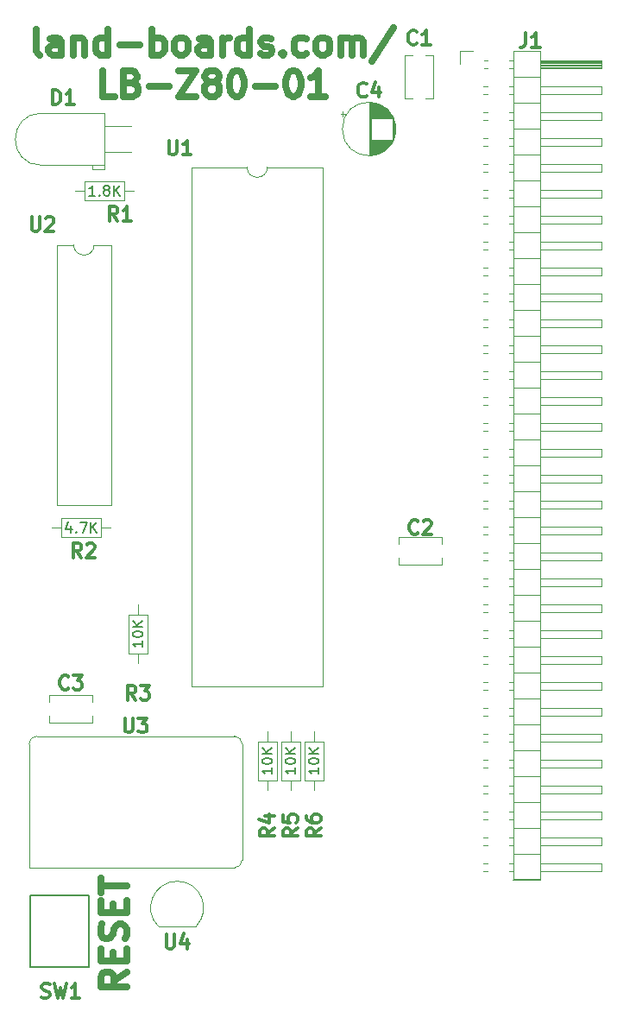
<source format=gto>
G04 #@! TF.GenerationSoftware,KiCad,Pcbnew,8.0.4*
G04 #@! TF.CreationDate,2024-09-19T20:20:17-04:00*
G04 #@! TF.ProjectId,LB-Z80-01,4c422d5a-3830-42d3-9031-2e6b69636164,2*
G04 #@! TF.SameCoordinates,Original*
G04 #@! TF.FileFunction,Legend,Top*
G04 #@! TF.FilePolarity,Positive*
%FSLAX46Y46*%
G04 Gerber Fmt 4.6, Leading zero omitted, Abs format (unit mm)*
G04 Created by KiCad (PCBNEW 8.0.4) date 2024-09-19 20:20:17*
%MOMM*%
%LPD*%
G01*
G04 APERTURE LIST*
%ADD10C,0.635000*%
%ADD11C,0.349250*%
%ADD12C,0.150000*%
%ADD13C,0.120000*%
G04 APERTURE END LIST*
D10*
X143382032Y-143643047D02*
X142172508Y-144489714D01*
X143382032Y-145094476D02*
X140842032Y-145094476D01*
X140842032Y-145094476D02*
X140842032Y-144126857D01*
X140842032Y-144126857D02*
X140962984Y-143884952D01*
X140962984Y-143884952D02*
X141083937Y-143763999D01*
X141083937Y-143763999D02*
X141325841Y-143643047D01*
X141325841Y-143643047D02*
X141688699Y-143643047D01*
X141688699Y-143643047D02*
X141930603Y-143763999D01*
X141930603Y-143763999D02*
X142051556Y-143884952D01*
X142051556Y-143884952D02*
X142172508Y-144126857D01*
X142172508Y-144126857D02*
X142172508Y-145094476D01*
X142051556Y-142554476D02*
X142051556Y-141707809D01*
X143382032Y-141344952D02*
X143382032Y-142554476D01*
X143382032Y-142554476D02*
X140842032Y-142554476D01*
X140842032Y-142554476D02*
X140842032Y-141344952D01*
X143261080Y-140377333D02*
X143382032Y-140014476D01*
X143382032Y-140014476D02*
X143382032Y-139409714D01*
X143382032Y-139409714D02*
X143261080Y-139167809D01*
X143261080Y-139167809D02*
X143140127Y-139046857D01*
X143140127Y-139046857D02*
X142898222Y-138925904D01*
X142898222Y-138925904D02*
X142656318Y-138925904D01*
X142656318Y-138925904D02*
X142414413Y-139046857D01*
X142414413Y-139046857D02*
X142293460Y-139167809D01*
X142293460Y-139167809D02*
X142172508Y-139409714D01*
X142172508Y-139409714D02*
X142051556Y-139893523D01*
X142051556Y-139893523D02*
X141930603Y-140135428D01*
X141930603Y-140135428D02*
X141809651Y-140256381D01*
X141809651Y-140256381D02*
X141567746Y-140377333D01*
X141567746Y-140377333D02*
X141325841Y-140377333D01*
X141325841Y-140377333D02*
X141083937Y-140256381D01*
X141083937Y-140256381D02*
X140962984Y-140135428D01*
X140962984Y-140135428D02*
X140842032Y-139893523D01*
X140842032Y-139893523D02*
X140842032Y-139288762D01*
X140842032Y-139288762D02*
X140962984Y-138925904D01*
X142051556Y-137837333D02*
X142051556Y-136990666D01*
X143382032Y-136627809D02*
X143382032Y-137837333D01*
X143382032Y-137837333D02*
X140842032Y-137837333D01*
X140842032Y-137837333D02*
X140842032Y-136627809D01*
X140842032Y-135902095D02*
X140842032Y-134450666D01*
X143382032Y-135176380D02*
X140842032Y-135176380D01*
X134898192Y-53707403D02*
X134656287Y-53586451D01*
X134656287Y-53586451D02*
X134535334Y-53344546D01*
X134535334Y-53344546D02*
X134535334Y-51167403D01*
X136954382Y-53707403D02*
X136954382Y-52376927D01*
X136954382Y-52376927D02*
X136833429Y-52135022D01*
X136833429Y-52135022D02*
X136591525Y-52014070D01*
X136591525Y-52014070D02*
X136107715Y-52014070D01*
X136107715Y-52014070D02*
X135865810Y-52135022D01*
X136954382Y-53586451D02*
X136712477Y-53707403D01*
X136712477Y-53707403D02*
X136107715Y-53707403D01*
X136107715Y-53707403D02*
X135865810Y-53586451D01*
X135865810Y-53586451D02*
X135744858Y-53344546D01*
X135744858Y-53344546D02*
X135744858Y-53102641D01*
X135744858Y-53102641D02*
X135865810Y-52860736D01*
X135865810Y-52860736D02*
X136107715Y-52739784D01*
X136107715Y-52739784D02*
X136712477Y-52739784D01*
X136712477Y-52739784D02*
X136954382Y-52618831D01*
X138163905Y-52014070D02*
X138163905Y-53707403D01*
X138163905Y-52255974D02*
X138284858Y-52135022D01*
X138284858Y-52135022D02*
X138526763Y-52014070D01*
X138526763Y-52014070D02*
X138889620Y-52014070D01*
X138889620Y-52014070D02*
X139131524Y-52135022D01*
X139131524Y-52135022D02*
X139252477Y-52376927D01*
X139252477Y-52376927D02*
X139252477Y-53707403D01*
X141550572Y-53707403D02*
X141550572Y-51167403D01*
X141550572Y-53586451D02*
X141308667Y-53707403D01*
X141308667Y-53707403D02*
X140824858Y-53707403D01*
X140824858Y-53707403D02*
X140582953Y-53586451D01*
X140582953Y-53586451D02*
X140462000Y-53465498D01*
X140462000Y-53465498D02*
X140341048Y-53223593D01*
X140341048Y-53223593D02*
X140341048Y-52497879D01*
X140341048Y-52497879D02*
X140462000Y-52255974D01*
X140462000Y-52255974D02*
X140582953Y-52135022D01*
X140582953Y-52135022D02*
X140824858Y-52014070D01*
X140824858Y-52014070D02*
X141308667Y-52014070D01*
X141308667Y-52014070D02*
X141550572Y-52135022D01*
X142760095Y-52739784D02*
X144695334Y-52739784D01*
X145904857Y-53707403D02*
X145904857Y-51167403D01*
X145904857Y-52135022D02*
X146146762Y-52014070D01*
X146146762Y-52014070D02*
X146630572Y-52014070D01*
X146630572Y-52014070D02*
X146872476Y-52135022D01*
X146872476Y-52135022D02*
X146993429Y-52255974D01*
X146993429Y-52255974D02*
X147114381Y-52497879D01*
X147114381Y-52497879D02*
X147114381Y-53223593D01*
X147114381Y-53223593D02*
X146993429Y-53465498D01*
X146993429Y-53465498D02*
X146872476Y-53586451D01*
X146872476Y-53586451D02*
X146630572Y-53707403D01*
X146630572Y-53707403D02*
X146146762Y-53707403D01*
X146146762Y-53707403D02*
X145904857Y-53586451D01*
X148565810Y-53707403D02*
X148323905Y-53586451D01*
X148323905Y-53586451D02*
X148202952Y-53465498D01*
X148202952Y-53465498D02*
X148082000Y-53223593D01*
X148082000Y-53223593D02*
X148082000Y-52497879D01*
X148082000Y-52497879D02*
X148202952Y-52255974D01*
X148202952Y-52255974D02*
X148323905Y-52135022D01*
X148323905Y-52135022D02*
X148565810Y-52014070D01*
X148565810Y-52014070D02*
X148928667Y-52014070D01*
X148928667Y-52014070D02*
X149170571Y-52135022D01*
X149170571Y-52135022D02*
X149291524Y-52255974D01*
X149291524Y-52255974D02*
X149412476Y-52497879D01*
X149412476Y-52497879D02*
X149412476Y-53223593D01*
X149412476Y-53223593D02*
X149291524Y-53465498D01*
X149291524Y-53465498D02*
X149170571Y-53586451D01*
X149170571Y-53586451D02*
X148928667Y-53707403D01*
X148928667Y-53707403D02*
X148565810Y-53707403D01*
X151589619Y-53707403D02*
X151589619Y-52376927D01*
X151589619Y-52376927D02*
X151468666Y-52135022D01*
X151468666Y-52135022D02*
X151226762Y-52014070D01*
X151226762Y-52014070D02*
X150742952Y-52014070D01*
X150742952Y-52014070D02*
X150501047Y-52135022D01*
X151589619Y-53586451D02*
X151347714Y-53707403D01*
X151347714Y-53707403D02*
X150742952Y-53707403D01*
X150742952Y-53707403D02*
X150501047Y-53586451D01*
X150501047Y-53586451D02*
X150380095Y-53344546D01*
X150380095Y-53344546D02*
X150380095Y-53102641D01*
X150380095Y-53102641D02*
X150501047Y-52860736D01*
X150501047Y-52860736D02*
X150742952Y-52739784D01*
X150742952Y-52739784D02*
X151347714Y-52739784D01*
X151347714Y-52739784D02*
X151589619Y-52618831D01*
X152799142Y-53707403D02*
X152799142Y-52014070D01*
X152799142Y-52497879D02*
X152920095Y-52255974D01*
X152920095Y-52255974D02*
X153041047Y-52135022D01*
X153041047Y-52135022D02*
X153282952Y-52014070D01*
X153282952Y-52014070D02*
X153524857Y-52014070D01*
X155460095Y-53707403D02*
X155460095Y-51167403D01*
X155460095Y-53586451D02*
X155218190Y-53707403D01*
X155218190Y-53707403D02*
X154734381Y-53707403D01*
X154734381Y-53707403D02*
X154492476Y-53586451D01*
X154492476Y-53586451D02*
X154371523Y-53465498D01*
X154371523Y-53465498D02*
X154250571Y-53223593D01*
X154250571Y-53223593D02*
X154250571Y-52497879D01*
X154250571Y-52497879D02*
X154371523Y-52255974D01*
X154371523Y-52255974D02*
X154492476Y-52135022D01*
X154492476Y-52135022D02*
X154734381Y-52014070D01*
X154734381Y-52014070D02*
X155218190Y-52014070D01*
X155218190Y-52014070D02*
X155460095Y-52135022D01*
X156548666Y-53586451D02*
X156790571Y-53707403D01*
X156790571Y-53707403D02*
X157274380Y-53707403D01*
X157274380Y-53707403D02*
X157516285Y-53586451D01*
X157516285Y-53586451D02*
X157637237Y-53344546D01*
X157637237Y-53344546D02*
X157637237Y-53223593D01*
X157637237Y-53223593D02*
X157516285Y-52981689D01*
X157516285Y-52981689D02*
X157274380Y-52860736D01*
X157274380Y-52860736D02*
X156911523Y-52860736D01*
X156911523Y-52860736D02*
X156669618Y-52739784D01*
X156669618Y-52739784D02*
X156548666Y-52497879D01*
X156548666Y-52497879D02*
X156548666Y-52376927D01*
X156548666Y-52376927D02*
X156669618Y-52135022D01*
X156669618Y-52135022D02*
X156911523Y-52014070D01*
X156911523Y-52014070D02*
X157274380Y-52014070D01*
X157274380Y-52014070D02*
X157516285Y-52135022D01*
X158725808Y-53465498D02*
X158846761Y-53586451D01*
X158846761Y-53586451D02*
X158725808Y-53707403D01*
X158725808Y-53707403D02*
X158604856Y-53586451D01*
X158604856Y-53586451D02*
X158725808Y-53465498D01*
X158725808Y-53465498D02*
X158725808Y-53707403D01*
X161023904Y-53586451D02*
X160781999Y-53707403D01*
X160781999Y-53707403D02*
X160298190Y-53707403D01*
X160298190Y-53707403D02*
X160056285Y-53586451D01*
X160056285Y-53586451D02*
X159935332Y-53465498D01*
X159935332Y-53465498D02*
X159814380Y-53223593D01*
X159814380Y-53223593D02*
X159814380Y-52497879D01*
X159814380Y-52497879D02*
X159935332Y-52255974D01*
X159935332Y-52255974D02*
X160056285Y-52135022D01*
X160056285Y-52135022D02*
X160298190Y-52014070D01*
X160298190Y-52014070D02*
X160781999Y-52014070D01*
X160781999Y-52014070D02*
X161023904Y-52135022D01*
X162475333Y-53707403D02*
X162233428Y-53586451D01*
X162233428Y-53586451D02*
X162112475Y-53465498D01*
X162112475Y-53465498D02*
X161991523Y-53223593D01*
X161991523Y-53223593D02*
X161991523Y-52497879D01*
X161991523Y-52497879D02*
X162112475Y-52255974D01*
X162112475Y-52255974D02*
X162233428Y-52135022D01*
X162233428Y-52135022D02*
X162475333Y-52014070D01*
X162475333Y-52014070D02*
X162838190Y-52014070D01*
X162838190Y-52014070D02*
X163080094Y-52135022D01*
X163080094Y-52135022D02*
X163201047Y-52255974D01*
X163201047Y-52255974D02*
X163321999Y-52497879D01*
X163321999Y-52497879D02*
X163321999Y-53223593D01*
X163321999Y-53223593D02*
X163201047Y-53465498D01*
X163201047Y-53465498D02*
X163080094Y-53586451D01*
X163080094Y-53586451D02*
X162838190Y-53707403D01*
X162838190Y-53707403D02*
X162475333Y-53707403D01*
X164410570Y-53707403D02*
X164410570Y-52014070D01*
X164410570Y-52255974D02*
X164531523Y-52135022D01*
X164531523Y-52135022D02*
X164773428Y-52014070D01*
X164773428Y-52014070D02*
X165136285Y-52014070D01*
X165136285Y-52014070D02*
X165378189Y-52135022D01*
X165378189Y-52135022D02*
X165499142Y-52376927D01*
X165499142Y-52376927D02*
X165499142Y-53707403D01*
X165499142Y-52376927D02*
X165620094Y-52135022D01*
X165620094Y-52135022D02*
X165861999Y-52014070D01*
X165861999Y-52014070D02*
X166224856Y-52014070D01*
X166224856Y-52014070D02*
X166466761Y-52135022D01*
X166466761Y-52135022D02*
X166587713Y-52376927D01*
X166587713Y-52376927D02*
X166587713Y-53707403D01*
X169611523Y-51046451D02*
X167434380Y-54312165D01*
X142215808Y-57796661D02*
X141006284Y-57796661D01*
X141006284Y-57796661D02*
X141006284Y-55256661D01*
X143909141Y-56466185D02*
X144271998Y-56587137D01*
X144271998Y-56587137D02*
X144392951Y-56708089D01*
X144392951Y-56708089D02*
X144513903Y-56949994D01*
X144513903Y-56949994D02*
X144513903Y-57312851D01*
X144513903Y-57312851D02*
X144392951Y-57554756D01*
X144392951Y-57554756D02*
X144271998Y-57675709D01*
X144271998Y-57675709D02*
X144030093Y-57796661D01*
X144030093Y-57796661D02*
X143062474Y-57796661D01*
X143062474Y-57796661D02*
X143062474Y-55256661D01*
X143062474Y-55256661D02*
X143909141Y-55256661D01*
X143909141Y-55256661D02*
X144151046Y-55377613D01*
X144151046Y-55377613D02*
X144271998Y-55498566D01*
X144271998Y-55498566D02*
X144392951Y-55740470D01*
X144392951Y-55740470D02*
X144392951Y-55982375D01*
X144392951Y-55982375D02*
X144271998Y-56224280D01*
X144271998Y-56224280D02*
X144151046Y-56345232D01*
X144151046Y-56345232D02*
X143909141Y-56466185D01*
X143909141Y-56466185D02*
X143062474Y-56466185D01*
X145602474Y-56829042D02*
X147537713Y-56829042D01*
X148505332Y-55256661D02*
X150198665Y-55256661D01*
X150198665Y-55256661D02*
X148505332Y-57796661D01*
X148505332Y-57796661D02*
X150198665Y-57796661D01*
X151529142Y-56345232D02*
X151287237Y-56224280D01*
X151287237Y-56224280D02*
X151166284Y-56103328D01*
X151166284Y-56103328D02*
X151045332Y-55861423D01*
X151045332Y-55861423D02*
X151045332Y-55740470D01*
X151045332Y-55740470D02*
X151166284Y-55498566D01*
X151166284Y-55498566D02*
X151287237Y-55377613D01*
X151287237Y-55377613D02*
X151529142Y-55256661D01*
X151529142Y-55256661D02*
X152012951Y-55256661D01*
X152012951Y-55256661D02*
X152254856Y-55377613D01*
X152254856Y-55377613D02*
X152375808Y-55498566D01*
X152375808Y-55498566D02*
X152496761Y-55740470D01*
X152496761Y-55740470D02*
X152496761Y-55861423D01*
X152496761Y-55861423D02*
X152375808Y-56103328D01*
X152375808Y-56103328D02*
X152254856Y-56224280D01*
X152254856Y-56224280D02*
X152012951Y-56345232D01*
X152012951Y-56345232D02*
X151529142Y-56345232D01*
X151529142Y-56345232D02*
X151287237Y-56466185D01*
X151287237Y-56466185D02*
X151166284Y-56587137D01*
X151166284Y-56587137D02*
X151045332Y-56829042D01*
X151045332Y-56829042D02*
X151045332Y-57312851D01*
X151045332Y-57312851D02*
X151166284Y-57554756D01*
X151166284Y-57554756D02*
X151287237Y-57675709D01*
X151287237Y-57675709D02*
X151529142Y-57796661D01*
X151529142Y-57796661D02*
X152012951Y-57796661D01*
X152012951Y-57796661D02*
X152254856Y-57675709D01*
X152254856Y-57675709D02*
X152375808Y-57554756D01*
X152375808Y-57554756D02*
X152496761Y-57312851D01*
X152496761Y-57312851D02*
X152496761Y-56829042D01*
X152496761Y-56829042D02*
X152375808Y-56587137D01*
X152375808Y-56587137D02*
X152254856Y-56466185D01*
X152254856Y-56466185D02*
X152012951Y-56345232D01*
X154069142Y-55256661D02*
X154311047Y-55256661D01*
X154311047Y-55256661D02*
X154552951Y-55377613D01*
X154552951Y-55377613D02*
X154673904Y-55498566D01*
X154673904Y-55498566D02*
X154794856Y-55740470D01*
X154794856Y-55740470D02*
X154915809Y-56224280D01*
X154915809Y-56224280D02*
X154915809Y-56829042D01*
X154915809Y-56829042D02*
X154794856Y-57312851D01*
X154794856Y-57312851D02*
X154673904Y-57554756D01*
X154673904Y-57554756D02*
X154552951Y-57675709D01*
X154552951Y-57675709D02*
X154311047Y-57796661D01*
X154311047Y-57796661D02*
X154069142Y-57796661D01*
X154069142Y-57796661D02*
X153827237Y-57675709D01*
X153827237Y-57675709D02*
X153706285Y-57554756D01*
X153706285Y-57554756D02*
X153585332Y-57312851D01*
X153585332Y-57312851D02*
X153464380Y-56829042D01*
X153464380Y-56829042D02*
X153464380Y-56224280D01*
X153464380Y-56224280D02*
X153585332Y-55740470D01*
X153585332Y-55740470D02*
X153706285Y-55498566D01*
X153706285Y-55498566D02*
X153827237Y-55377613D01*
X153827237Y-55377613D02*
X154069142Y-55256661D01*
X156004380Y-56829042D02*
X157939619Y-56829042D01*
X159632952Y-55256661D02*
X159874857Y-55256661D01*
X159874857Y-55256661D02*
X160116761Y-55377613D01*
X160116761Y-55377613D02*
X160237714Y-55498566D01*
X160237714Y-55498566D02*
X160358666Y-55740470D01*
X160358666Y-55740470D02*
X160479619Y-56224280D01*
X160479619Y-56224280D02*
X160479619Y-56829042D01*
X160479619Y-56829042D02*
X160358666Y-57312851D01*
X160358666Y-57312851D02*
X160237714Y-57554756D01*
X160237714Y-57554756D02*
X160116761Y-57675709D01*
X160116761Y-57675709D02*
X159874857Y-57796661D01*
X159874857Y-57796661D02*
X159632952Y-57796661D01*
X159632952Y-57796661D02*
X159391047Y-57675709D01*
X159391047Y-57675709D02*
X159270095Y-57554756D01*
X159270095Y-57554756D02*
X159149142Y-57312851D01*
X159149142Y-57312851D02*
X159028190Y-56829042D01*
X159028190Y-56829042D02*
X159028190Y-56224280D01*
X159028190Y-56224280D02*
X159149142Y-55740470D01*
X159149142Y-55740470D02*
X159270095Y-55498566D01*
X159270095Y-55498566D02*
X159391047Y-55377613D01*
X159391047Y-55377613D02*
X159632952Y-55256661D01*
X162898667Y-57796661D02*
X161447238Y-57796661D01*
X162172952Y-57796661D02*
X162172952Y-55256661D01*
X162172952Y-55256661D02*
X161931048Y-55619518D01*
X161931048Y-55619518D02*
X161689143Y-55861423D01*
X161689143Y-55861423D02*
X161447238Y-55982375D01*
D11*
X182539333Y-51576117D02*
X182539333Y-52573974D01*
X182539333Y-52573974D02*
X182472810Y-52773546D01*
X182472810Y-52773546D02*
X182339762Y-52906594D01*
X182339762Y-52906594D02*
X182140191Y-52973117D01*
X182140191Y-52973117D02*
X182007143Y-52973117D01*
X183936333Y-52973117D02*
X183138048Y-52973117D01*
X183537191Y-52973117D02*
X183537191Y-51576117D01*
X183537191Y-51576117D02*
X183404143Y-51775689D01*
X183404143Y-51775689D02*
X183271095Y-51908736D01*
X183271095Y-51908736D02*
X183138048Y-51975260D01*
X147525619Y-62096117D02*
X147525619Y-63227022D01*
X147525619Y-63227022D02*
X147592142Y-63360070D01*
X147592142Y-63360070D02*
X147658666Y-63426594D01*
X147658666Y-63426594D02*
X147791714Y-63493117D01*
X147791714Y-63493117D02*
X148057809Y-63493117D01*
X148057809Y-63493117D02*
X148190857Y-63426594D01*
X148190857Y-63426594D02*
X148257380Y-63360070D01*
X148257380Y-63360070D02*
X148323904Y-63227022D01*
X148323904Y-63227022D02*
X148323904Y-62096117D01*
X149720904Y-63493117D02*
X148922619Y-63493117D01*
X149321762Y-63493117D02*
X149321762Y-62096117D01*
X149321762Y-62096117D02*
X149188714Y-62295689D01*
X149188714Y-62295689D02*
X149055666Y-62428736D01*
X149055666Y-62428736D02*
X148922619Y-62495260D01*
X166944054Y-57705070D02*
X166877530Y-57771594D01*
X166877530Y-57771594D02*
X166677959Y-57838117D01*
X166677959Y-57838117D02*
X166544911Y-57838117D01*
X166544911Y-57838117D02*
X166345340Y-57771594D01*
X166345340Y-57771594D02*
X166212292Y-57638546D01*
X166212292Y-57638546D02*
X166145769Y-57505498D01*
X166145769Y-57505498D02*
X166079245Y-57239403D01*
X166079245Y-57239403D02*
X166079245Y-57039832D01*
X166079245Y-57039832D02*
X166145769Y-56773736D01*
X166145769Y-56773736D02*
X166212292Y-56640689D01*
X166212292Y-56640689D02*
X166345340Y-56507641D01*
X166345340Y-56507641D02*
X166544911Y-56441117D01*
X166544911Y-56441117D02*
X166677959Y-56441117D01*
X166677959Y-56441117D02*
X166877530Y-56507641D01*
X166877530Y-56507641D02*
X166944054Y-56574165D01*
X168141483Y-56906784D02*
X168141483Y-57838117D01*
X167808864Y-56374594D02*
X167476245Y-57372451D01*
X167476245Y-57372451D02*
X168341054Y-57372451D01*
X162426117Y-129518833D02*
X161760879Y-129984499D01*
X162426117Y-130317118D02*
X161029117Y-130317118D01*
X161029117Y-130317118D02*
X161029117Y-129784928D01*
X161029117Y-129784928D02*
X161095641Y-129651880D01*
X161095641Y-129651880D02*
X161162165Y-129585357D01*
X161162165Y-129585357D02*
X161295213Y-129518833D01*
X161295213Y-129518833D02*
X161494784Y-129518833D01*
X161494784Y-129518833D02*
X161627832Y-129585357D01*
X161627832Y-129585357D02*
X161694355Y-129651880D01*
X161694355Y-129651880D02*
X161760879Y-129784928D01*
X161760879Y-129784928D02*
X161760879Y-130317118D01*
X161029117Y-128321404D02*
X161029117Y-128587499D01*
X161029117Y-128587499D02*
X161095641Y-128720547D01*
X161095641Y-128720547D02*
X161162165Y-128787071D01*
X161162165Y-128787071D02*
X161361736Y-128920118D01*
X161361736Y-128920118D02*
X161627832Y-128986642D01*
X161627832Y-128986642D02*
X162160022Y-128986642D01*
X162160022Y-128986642D02*
X162293070Y-128920118D01*
X162293070Y-128920118D02*
X162359594Y-128853595D01*
X162359594Y-128853595D02*
X162426117Y-128720547D01*
X162426117Y-128720547D02*
X162426117Y-128454452D01*
X162426117Y-128454452D02*
X162359594Y-128321404D01*
X162359594Y-128321404D02*
X162293070Y-128254880D01*
X162293070Y-128254880D02*
X162160022Y-128188357D01*
X162160022Y-128188357D02*
X161827403Y-128188357D01*
X161827403Y-128188357D02*
X161694355Y-128254880D01*
X161694355Y-128254880D02*
X161627832Y-128321404D01*
X161627832Y-128321404D02*
X161561308Y-128454452D01*
X161561308Y-128454452D02*
X161561308Y-128720547D01*
X161561308Y-128720547D02*
X161627832Y-128853595D01*
X161627832Y-128853595D02*
X161694355Y-128920118D01*
X161694355Y-128920118D02*
X161827403Y-128986642D01*
D12*
X162252819Y-123626476D02*
X162252819Y-124197904D01*
X162252819Y-123912190D02*
X161252819Y-123912190D01*
X161252819Y-123912190D02*
X161395676Y-124007428D01*
X161395676Y-124007428D02*
X161490914Y-124102666D01*
X161490914Y-124102666D02*
X161538533Y-124197904D01*
X161252819Y-123007428D02*
X161252819Y-122912190D01*
X161252819Y-122912190D02*
X161300438Y-122816952D01*
X161300438Y-122816952D02*
X161348057Y-122769333D01*
X161348057Y-122769333D02*
X161443295Y-122721714D01*
X161443295Y-122721714D02*
X161633771Y-122674095D01*
X161633771Y-122674095D02*
X161871866Y-122674095D01*
X161871866Y-122674095D02*
X162062342Y-122721714D01*
X162062342Y-122721714D02*
X162157580Y-122769333D01*
X162157580Y-122769333D02*
X162205200Y-122816952D01*
X162205200Y-122816952D02*
X162252819Y-122912190D01*
X162252819Y-122912190D02*
X162252819Y-123007428D01*
X162252819Y-123007428D02*
X162205200Y-123102666D01*
X162205200Y-123102666D02*
X162157580Y-123150285D01*
X162157580Y-123150285D02*
X162062342Y-123197904D01*
X162062342Y-123197904D02*
X161871866Y-123245523D01*
X161871866Y-123245523D02*
X161633771Y-123245523D01*
X161633771Y-123245523D02*
X161443295Y-123197904D01*
X161443295Y-123197904D02*
X161348057Y-123150285D01*
X161348057Y-123150285D02*
X161300438Y-123102666D01*
X161300438Y-123102666D02*
X161252819Y-123007428D01*
X162252819Y-122245523D02*
X161252819Y-122245523D01*
X162252819Y-121674095D02*
X161681390Y-122102666D01*
X161252819Y-121674095D02*
X161824247Y-122245523D01*
D11*
X160140117Y-129518833D02*
X159474879Y-129984499D01*
X160140117Y-130317118D02*
X158743117Y-130317118D01*
X158743117Y-130317118D02*
X158743117Y-129784928D01*
X158743117Y-129784928D02*
X158809641Y-129651880D01*
X158809641Y-129651880D02*
X158876165Y-129585357D01*
X158876165Y-129585357D02*
X159009213Y-129518833D01*
X159009213Y-129518833D02*
X159208784Y-129518833D01*
X159208784Y-129518833D02*
X159341832Y-129585357D01*
X159341832Y-129585357D02*
X159408355Y-129651880D01*
X159408355Y-129651880D02*
X159474879Y-129784928D01*
X159474879Y-129784928D02*
X159474879Y-130317118D01*
X158743117Y-128254880D02*
X158743117Y-128920118D01*
X158743117Y-128920118D02*
X159408355Y-128986642D01*
X159408355Y-128986642D02*
X159341832Y-128920118D01*
X159341832Y-128920118D02*
X159275308Y-128787071D01*
X159275308Y-128787071D02*
X159275308Y-128454452D01*
X159275308Y-128454452D02*
X159341832Y-128321404D01*
X159341832Y-128321404D02*
X159408355Y-128254880D01*
X159408355Y-128254880D02*
X159541403Y-128188357D01*
X159541403Y-128188357D02*
X159874022Y-128188357D01*
X159874022Y-128188357D02*
X160007070Y-128254880D01*
X160007070Y-128254880D02*
X160073594Y-128321404D01*
X160073594Y-128321404D02*
X160140117Y-128454452D01*
X160140117Y-128454452D02*
X160140117Y-128787071D01*
X160140117Y-128787071D02*
X160073594Y-128920118D01*
X160073594Y-128920118D02*
X160007070Y-128986642D01*
D12*
X159966819Y-123626476D02*
X159966819Y-124197904D01*
X159966819Y-123912190D02*
X158966819Y-123912190D01*
X158966819Y-123912190D02*
X159109676Y-124007428D01*
X159109676Y-124007428D02*
X159204914Y-124102666D01*
X159204914Y-124102666D02*
X159252533Y-124197904D01*
X158966819Y-123007428D02*
X158966819Y-122912190D01*
X158966819Y-122912190D02*
X159014438Y-122816952D01*
X159014438Y-122816952D02*
X159062057Y-122769333D01*
X159062057Y-122769333D02*
X159157295Y-122721714D01*
X159157295Y-122721714D02*
X159347771Y-122674095D01*
X159347771Y-122674095D02*
X159585866Y-122674095D01*
X159585866Y-122674095D02*
X159776342Y-122721714D01*
X159776342Y-122721714D02*
X159871580Y-122769333D01*
X159871580Y-122769333D02*
X159919200Y-122816952D01*
X159919200Y-122816952D02*
X159966819Y-122912190D01*
X159966819Y-122912190D02*
X159966819Y-123007428D01*
X159966819Y-123007428D02*
X159919200Y-123102666D01*
X159919200Y-123102666D02*
X159871580Y-123150285D01*
X159871580Y-123150285D02*
X159776342Y-123197904D01*
X159776342Y-123197904D02*
X159585866Y-123245523D01*
X159585866Y-123245523D02*
X159347771Y-123245523D01*
X159347771Y-123245523D02*
X159157295Y-123197904D01*
X159157295Y-123197904D02*
X159062057Y-123150285D01*
X159062057Y-123150285D02*
X159014438Y-123102666D01*
X159014438Y-123102666D02*
X158966819Y-123007428D01*
X159966819Y-122245523D02*
X158966819Y-122245523D01*
X159966819Y-121674095D02*
X159395390Y-122102666D01*
X158966819Y-121674095D02*
X159538247Y-122245523D01*
D11*
X137689166Y-115811070D02*
X137622642Y-115877594D01*
X137622642Y-115877594D02*
X137423071Y-115944117D01*
X137423071Y-115944117D02*
X137290023Y-115944117D01*
X137290023Y-115944117D02*
X137090452Y-115877594D01*
X137090452Y-115877594D02*
X136957404Y-115744546D01*
X136957404Y-115744546D02*
X136890881Y-115611498D01*
X136890881Y-115611498D02*
X136824357Y-115345403D01*
X136824357Y-115345403D02*
X136824357Y-115145832D01*
X136824357Y-115145832D02*
X136890881Y-114879736D01*
X136890881Y-114879736D02*
X136957404Y-114746689D01*
X136957404Y-114746689D02*
X137090452Y-114613641D01*
X137090452Y-114613641D02*
X137290023Y-114547117D01*
X137290023Y-114547117D02*
X137423071Y-114547117D01*
X137423071Y-114547117D02*
X137622642Y-114613641D01*
X137622642Y-114613641D02*
X137689166Y-114680165D01*
X138154833Y-114547117D02*
X139019642Y-114547117D01*
X139019642Y-114547117D02*
X138553976Y-115079308D01*
X138553976Y-115079308D02*
X138753547Y-115079308D01*
X138753547Y-115079308D02*
X138886595Y-115145832D01*
X138886595Y-115145832D02*
X138953119Y-115212355D01*
X138953119Y-115212355D02*
X139019642Y-115345403D01*
X139019642Y-115345403D02*
X139019642Y-115678022D01*
X139019642Y-115678022D02*
X138953119Y-115811070D01*
X138953119Y-115811070D02*
X138886595Y-115877594D01*
X138886595Y-115877594D02*
X138753547Y-115944117D01*
X138753547Y-115944117D02*
X138354404Y-115944117D01*
X138354404Y-115944117D02*
X138221357Y-115877594D01*
X138221357Y-115877594D02*
X138154833Y-115811070D01*
X171852166Y-52565070D02*
X171785642Y-52631594D01*
X171785642Y-52631594D02*
X171586071Y-52698117D01*
X171586071Y-52698117D02*
X171453023Y-52698117D01*
X171453023Y-52698117D02*
X171253452Y-52631594D01*
X171253452Y-52631594D02*
X171120404Y-52498546D01*
X171120404Y-52498546D02*
X171053881Y-52365498D01*
X171053881Y-52365498D02*
X170987357Y-52099403D01*
X170987357Y-52099403D02*
X170987357Y-51899832D01*
X170987357Y-51899832D02*
X171053881Y-51633736D01*
X171053881Y-51633736D02*
X171120404Y-51500689D01*
X171120404Y-51500689D02*
X171253452Y-51367641D01*
X171253452Y-51367641D02*
X171453023Y-51301117D01*
X171453023Y-51301117D02*
X171586071Y-51301117D01*
X171586071Y-51301117D02*
X171785642Y-51367641D01*
X171785642Y-51367641D02*
X171852166Y-51434165D01*
X173182642Y-52698117D02*
X172384357Y-52698117D01*
X172783500Y-52698117D02*
X172783500Y-51301117D01*
X172783500Y-51301117D02*
X172650452Y-51500689D01*
X172650452Y-51500689D02*
X172517404Y-51633736D01*
X172517404Y-51633736D02*
X172384357Y-51700260D01*
X147271619Y-139947117D02*
X147271619Y-141078022D01*
X147271619Y-141078022D02*
X147338142Y-141211070D01*
X147338142Y-141211070D02*
X147404666Y-141277594D01*
X147404666Y-141277594D02*
X147537714Y-141344117D01*
X147537714Y-141344117D02*
X147803809Y-141344117D01*
X147803809Y-141344117D02*
X147936857Y-141277594D01*
X147936857Y-141277594D02*
X148003380Y-141211070D01*
X148003380Y-141211070D02*
X148069904Y-141078022D01*
X148069904Y-141078022D02*
X148069904Y-139947117D01*
X149333857Y-140412784D02*
X149333857Y-141344117D01*
X149001238Y-139880594D02*
X148668619Y-140878451D01*
X148668619Y-140878451D02*
X149533428Y-140878451D01*
X138959166Y-102990117D02*
X138493500Y-102324879D01*
X138160881Y-102990117D02*
X138160881Y-101593117D01*
X138160881Y-101593117D02*
X138693071Y-101593117D01*
X138693071Y-101593117D02*
X138826119Y-101659641D01*
X138826119Y-101659641D02*
X138892642Y-101726165D01*
X138892642Y-101726165D02*
X138959166Y-101859213D01*
X138959166Y-101859213D02*
X138959166Y-102058784D01*
X138959166Y-102058784D02*
X138892642Y-102191832D01*
X138892642Y-102191832D02*
X138826119Y-102258355D01*
X138826119Y-102258355D02*
X138693071Y-102324879D01*
X138693071Y-102324879D02*
X138160881Y-102324879D01*
X139491357Y-101726165D02*
X139557881Y-101659641D01*
X139557881Y-101659641D02*
X139690928Y-101593117D01*
X139690928Y-101593117D02*
X140023547Y-101593117D01*
X140023547Y-101593117D02*
X140156595Y-101659641D01*
X140156595Y-101659641D02*
X140223119Y-101726165D01*
X140223119Y-101726165D02*
X140289642Y-101859213D01*
X140289642Y-101859213D02*
X140289642Y-101992260D01*
X140289642Y-101992260D02*
X140223119Y-102191832D01*
X140223119Y-102191832D02*
X139424833Y-102990117D01*
X139424833Y-102990117D02*
X140289642Y-102990117D01*
D12*
X137914190Y-99864152D02*
X137914190Y-100530819D01*
X137676095Y-99483200D02*
X137438000Y-100197485D01*
X137438000Y-100197485D02*
X138057047Y-100197485D01*
X138438000Y-100435580D02*
X138485619Y-100483200D01*
X138485619Y-100483200D02*
X138438000Y-100530819D01*
X138438000Y-100530819D02*
X138390381Y-100483200D01*
X138390381Y-100483200D02*
X138438000Y-100435580D01*
X138438000Y-100435580D02*
X138438000Y-100530819D01*
X138818952Y-99530819D02*
X139485618Y-99530819D01*
X139485618Y-99530819D02*
X139057047Y-100530819D01*
X139866571Y-100530819D02*
X139866571Y-99530819D01*
X140437999Y-100530819D02*
X140009428Y-99959390D01*
X140437999Y-99530819D02*
X139866571Y-100102247D01*
D11*
X134063619Y-69589117D02*
X134063619Y-70720022D01*
X134063619Y-70720022D02*
X134130142Y-70853070D01*
X134130142Y-70853070D02*
X134196666Y-70919594D01*
X134196666Y-70919594D02*
X134329714Y-70986117D01*
X134329714Y-70986117D02*
X134595809Y-70986117D01*
X134595809Y-70986117D02*
X134728857Y-70919594D01*
X134728857Y-70919594D02*
X134795380Y-70853070D01*
X134795380Y-70853070D02*
X134861904Y-70720022D01*
X134861904Y-70720022D02*
X134861904Y-69589117D01*
X135460619Y-69722165D02*
X135527143Y-69655641D01*
X135527143Y-69655641D02*
X135660190Y-69589117D01*
X135660190Y-69589117D02*
X135992809Y-69589117D01*
X135992809Y-69589117D02*
X136125857Y-69655641D01*
X136125857Y-69655641D02*
X136192381Y-69722165D01*
X136192381Y-69722165D02*
X136258904Y-69855213D01*
X136258904Y-69855213D02*
X136258904Y-69988260D01*
X136258904Y-69988260D02*
X136192381Y-70187832D01*
X136192381Y-70187832D02*
X135394095Y-70986117D01*
X135394095Y-70986117D02*
X136258904Y-70986117D01*
X157854117Y-129518833D02*
X157188879Y-129984499D01*
X157854117Y-130317118D02*
X156457117Y-130317118D01*
X156457117Y-130317118D02*
X156457117Y-129784928D01*
X156457117Y-129784928D02*
X156523641Y-129651880D01*
X156523641Y-129651880D02*
X156590165Y-129585357D01*
X156590165Y-129585357D02*
X156723213Y-129518833D01*
X156723213Y-129518833D02*
X156922784Y-129518833D01*
X156922784Y-129518833D02*
X157055832Y-129585357D01*
X157055832Y-129585357D02*
X157122355Y-129651880D01*
X157122355Y-129651880D02*
X157188879Y-129784928D01*
X157188879Y-129784928D02*
X157188879Y-130317118D01*
X156922784Y-128321404D02*
X157854117Y-128321404D01*
X156390594Y-128654023D02*
X157388451Y-128986642D01*
X157388451Y-128986642D02*
X157388451Y-128121833D01*
D12*
X157680819Y-123626476D02*
X157680819Y-124197904D01*
X157680819Y-123912190D02*
X156680819Y-123912190D01*
X156680819Y-123912190D02*
X156823676Y-124007428D01*
X156823676Y-124007428D02*
X156918914Y-124102666D01*
X156918914Y-124102666D02*
X156966533Y-124197904D01*
X156680819Y-123007428D02*
X156680819Y-122912190D01*
X156680819Y-122912190D02*
X156728438Y-122816952D01*
X156728438Y-122816952D02*
X156776057Y-122769333D01*
X156776057Y-122769333D02*
X156871295Y-122721714D01*
X156871295Y-122721714D02*
X157061771Y-122674095D01*
X157061771Y-122674095D02*
X157299866Y-122674095D01*
X157299866Y-122674095D02*
X157490342Y-122721714D01*
X157490342Y-122721714D02*
X157585580Y-122769333D01*
X157585580Y-122769333D02*
X157633200Y-122816952D01*
X157633200Y-122816952D02*
X157680819Y-122912190D01*
X157680819Y-122912190D02*
X157680819Y-123007428D01*
X157680819Y-123007428D02*
X157633200Y-123102666D01*
X157633200Y-123102666D02*
X157585580Y-123150285D01*
X157585580Y-123150285D02*
X157490342Y-123197904D01*
X157490342Y-123197904D02*
X157299866Y-123245523D01*
X157299866Y-123245523D02*
X157061771Y-123245523D01*
X157061771Y-123245523D02*
X156871295Y-123197904D01*
X156871295Y-123197904D02*
X156776057Y-123150285D01*
X156776057Y-123150285D02*
X156728438Y-123102666D01*
X156728438Y-123102666D02*
X156680819Y-123007428D01*
X157680819Y-122245523D02*
X156680819Y-122245523D01*
X157680819Y-121674095D02*
X157109390Y-122102666D01*
X156680819Y-121674095D02*
X157252247Y-122245523D01*
D11*
X135043334Y-146103594D02*
X135242905Y-146170117D01*
X135242905Y-146170117D02*
X135575524Y-146170117D01*
X135575524Y-146170117D02*
X135708572Y-146103594D01*
X135708572Y-146103594D02*
X135775096Y-146037070D01*
X135775096Y-146037070D02*
X135841619Y-145904022D01*
X135841619Y-145904022D02*
X135841619Y-145770974D01*
X135841619Y-145770974D02*
X135775096Y-145637927D01*
X135775096Y-145637927D02*
X135708572Y-145571403D01*
X135708572Y-145571403D02*
X135575524Y-145504879D01*
X135575524Y-145504879D02*
X135309429Y-145438355D01*
X135309429Y-145438355D02*
X135176381Y-145371832D01*
X135176381Y-145371832D02*
X135109858Y-145305308D01*
X135109858Y-145305308D02*
X135043334Y-145172260D01*
X135043334Y-145172260D02*
X135043334Y-145039213D01*
X135043334Y-145039213D02*
X135109858Y-144906165D01*
X135109858Y-144906165D02*
X135176381Y-144839641D01*
X135176381Y-144839641D02*
X135309429Y-144773117D01*
X135309429Y-144773117D02*
X135642048Y-144773117D01*
X135642048Y-144773117D02*
X135841619Y-144839641D01*
X136307286Y-144773117D02*
X136639905Y-146170117D01*
X136639905Y-146170117D02*
X136906000Y-145172260D01*
X136906000Y-145172260D02*
X137172095Y-146170117D01*
X137172095Y-146170117D02*
X137504715Y-144773117D01*
X138768666Y-146170117D02*
X137970381Y-146170117D01*
X138369524Y-146170117D02*
X138369524Y-144773117D01*
X138369524Y-144773117D02*
X138236476Y-144972689D01*
X138236476Y-144972689D02*
X138103428Y-145105736D01*
X138103428Y-145105736D02*
X137970381Y-145172260D01*
X144293166Y-116960117D02*
X143827500Y-116294879D01*
X143494881Y-116960117D02*
X143494881Y-115563117D01*
X143494881Y-115563117D02*
X144027071Y-115563117D01*
X144027071Y-115563117D02*
X144160119Y-115629641D01*
X144160119Y-115629641D02*
X144226642Y-115696165D01*
X144226642Y-115696165D02*
X144293166Y-115829213D01*
X144293166Y-115829213D02*
X144293166Y-116028784D01*
X144293166Y-116028784D02*
X144226642Y-116161832D01*
X144226642Y-116161832D02*
X144160119Y-116228355D01*
X144160119Y-116228355D02*
X144027071Y-116294879D01*
X144027071Y-116294879D02*
X143494881Y-116294879D01*
X144758833Y-115563117D02*
X145623642Y-115563117D01*
X145623642Y-115563117D02*
X145157976Y-116095308D01*
X145157976Y-116095308D02*
X145357547Y-116095308D01*
X145357547Y-116095308D02*
X145490595Y-116161832D01*
X145490595Y-116161832D02*
X145557119Y-116228355D01*
X145557119Y-116228355D02*
X145623642Y-116361403D01*
X145623642Y-116361403D02*
X145623642Y-116694022D01*
X145623642Y-116694022D02*
X145557119Y-116827070D01*
X145557119Y-116827070D02*
X145490595Y-116893594D01*
X145490595Y-116893594D02*
X145357547Y-116960117D01*
X145357547Y-116960117D02*
X144958404Y-116960117D01*
X144958404Y-116960117D02*
X144825357Y-116893594D01*
X144825357Y-116893594D02*
X144758833Y-116827070D01*
D12*
X144980819Y-111180476D02*
X144980819Y-111751904D01*
X144980819Y-111466190D02*
X143980819Y-111466190D01*
X143980819Y-111466190D02*
X144123676Y-111561428D01*
X144123676Y-111561428D02*
X144218914Y-111656666D01*
X144218914Y-111656666D02*
X144266533Y-111751904D01*
X143980819Y-110561428D02*
X143980819Y-110466190D01*
X143980819Y-110466190D02*
X144028438Y-110370952D01*
X144028438Y-110370952D02*
X144076057Y-110323333D01*
X144076057Y-110323333D02*
X144171295Y-110275714D01*
X144171295Y-110275714D02*
X144361771Y-110228095D01*
X144361771Y-110228095D02*
X144599866Y-110228095D01*
X144599866Y-110228095D02*
X144790342Y-110275714D01*
X144790342Y-110275714D02*
X144885580Y-110323333D01*
X144885580Y-110323333D02*
X144933200Y-110370952D01*
X144933200Y-110370952D02*
X144980819Y-110466190D01*
X144980819Y-110466190D02*
X144980819Y-110561428D01*
X144980819Y-110561428D02*
X144933200Y-110656666D01*
X144933200Y-110656666D02*
X144885580Y-110704285D01*
X144885580Y-110704285D02*
X144790342Y-110751904D01*
X144790342Y-110751904D02*
X144599866Y-110799523D01*
X144599866Y-110799523D02*
X144361771Y-110799523D01*
X144361771Y-110799523D02*
X144171295Y-110751904D01*
X144171295Y-110751904D02*
X144076057Y-110704285D01*
X144076057Y-110704285D02*
X144028438Y-110656666D01*
X144028438Y-110656666D02*
X143980819Y-110561428D01*
X144980819Y-109799523D02*
X143980819Y-109799523D01*
X144980819Y-109228095D02*
X144409390Y-109656666D01*
X143980819Y-109228095D02*
X144552247Y-109799523D01*
D11*
X136128881Y-58540117D02*
X136128881Y-57143117D01*
X136128881Y-57143117D02*
X136461500Y-57143117D01*
X136461500Y-57143117D02*
X136661071Y-57209641D01*
X136661071Y-57209641D02*
X136794119Y-57342689D01*
X136794119Y-57342689D02*
X136860642Y-57475736D01*
X136860642Y-57475736D02*
X136927166Y-57741832D01*
X136927166Y-57741832D02*
X136927166Y-57941403D01*
X136927166Y-57941403D02*
X136860642Y-58207498D01*
X136860642Y-58207498D02*
X136794119Y-58340546D01*
X136794119Y-58340546D02*
X136661071Y-58473594D01*
X136661071Y-58473594D02*
X136461500Y-58540117D01*
X136461500Y-58540117D02*
X136128881Y-58540117D01*
X138257642Y-58540117D02*
X137459357Y-58540117D01*
X137858500Y-58540117D02*
X137858500Y-57143117D01*
X137858500Y-57143117D02*
X137725452Y-57342689D01*
X137725452Y-57342689D02*
X137592404Y-57475736D01*
X137592404Y-57475736D02*
X137459357Y-57542260D01*
X143207619Y-118743117D02*
X143207619Y-119874022D01*
X143207619Y-119874022D02*
X143274142Y-120007070D01*
X143274142Y-120007070D02*
X143340666Y-120073594D01*
X143340666Y-120073594D02*
X143473714Y-120140117D01*
X143473714Y-120140117D02*
X143739809Y-120140117D01*
X143739809Y-120140117D02*
X143872857Y-120073594D01*
X143872857Y-120073594D02*
X143939380Y-120007070D01*
X143939380Y-120007070D02*
X144005904Y-119874022D01*
X144005904Y-119874022D02*
X144005904Y-118743117D01*
X144538095Y-118743117D02*
X145402904Y-118743117D01*
X145402904Y-118743117D02*
X144937238Y-119275308D01*
X144937238Y-119275308D02*
X145136809Y-119275308D01*
X145136809Y-119275308D02*
X145269857Y-119341832D01*
X145269857Y-119341832D02*
X145336381Y-119408355D01*
X145336381Y-119408355D02*
X145402904Y-119541403D01*
X145402904Y-119541403D02*
X145402904Y-119874022D01*
X145402904Y-119874022D02*
X145336381Y-120007070D01*
X145336381Y-120007070D02*
X145269857Y-120073594D01*
X145269857Y-120073594D02*
X145136809Y-120140117D01*
X145136809Y-120140117D02*
X144737666Y-120140117D01*
X144737666Y-120140117D02*
X144604619Y-120073594D01*
X144604619Y-120073594D02*
X144538095Y-120007070D01*
X142515166Y-69970117D02*
X142049500Y-69304879D01*
X141716881Y-69970117D02*
X141716881Y-68573117D01*
X141716881Y-68573117D02*
X142249071Y-68573117D01*
X142249071Y-68573117D02*
X142382119Y-68639641D01*
X142382119Y-68639641D02*
X142448642Y-68706165D01*
X142448642Y-68706165D02*
X142515166Y-68839213D01*
X142515166Y-68839213D02*
X142515166Y-69038784D01*
X142515166Y-69038784D02*
X142448642Y-69171832D01*
X142448642Y-69171832D02*
X142382119Y-69238355D01*
X142382119Y-69238355D02*
X142249071Y-69304879D01*
X142249071Y-69304879D02*
X141716881Y-69304879D01*
X143845642Y-69970117D02*
X143047357Y-69970117D01*
X143446500Y-69970117D02*
X143446500Y-68573117D01*
X143446500Y-68573117D02*
X143313452Y-68772689D01*
X143313452Y-68772689D02*
X143180404Y-68905736D01*
X143180404Y-68905736D02*
X143047357Y-68972260D01*
D12*
X140295428Y-67510819D02*
X139724000Y-67510819D01*
X140009714Y-67510819D02*
X140009714Y-66510819D01*
X140009714Y-66510819D02*
X139914476Y-66653676D01*
X139914476Y-66653676D02*
X139819238Y-66748914D01*
X139819238Y-66748914D02*
X139724000Y-66796533D01*
X140724000Y-67415580D02*
X140771619Y-67463200D01*
X140771619Y-67463200D02*
X140724000Y-67510819D01*
X140724000Y-67510819D02*
X140676381Y-67463200D01*
X140676381Y-67463200D02*
X140724000Y-67415580D01*
X140724000Y-67415580D02*
X140724000Y-67510819D01*
X141343047Y-66939390D02*
X141247809Y-66891771D01*
X141247809Y-66891771D02*
X141200190Y-66844152D01*
X141200190Y-66844152D02*
X141152571Y-66748914D01*
X141152571Y-66748914D02*
X141152571Y-66701295D01*
X141152571Y-66701295D02*
X141200190Y-66606057D01*
X141200190Y-66606057D02*
X141247809Y-66558438D01*
X141247809Y-66558438D02*
X141343047Y-66510819D01*
X141343047Y-66510819D02*
X141533523Y-66510819D01*
X141533523Y-66510819D02*
X141628761Y-66558438D01*
X141628761Y-66558438D02*
X141676380Y-66606057D01*
X141676380Y-66606057D02*
X141723999Y-66701295D01*
X141723999Y-66701295D02*
X141723999Y-66748914D01*
X141723999Y-66748914D02*
X141676380Y-66844152D01*
X141676380Y-66844152D02*
X141628761Y-66891771D01*
X141628761Y-66891771D02*
X141533523Y-66939390D01*
X141533523Y-66939390D02*
X141343047Y-66939390D01*
X141343047Y-66939390D02*
X141247809Y-66987009D01*
X141247809Y-66987009D02*
X141200190Y-67034628D01*
X141200190Y-67034628D02*
X141152571Y-67129866D01*
X141152571Y-67129866D02*
X141152571Y-67320342D01*
X141152571Y-67320342D02*
X141200190Y-67415580D01*
X141200190Y-67415580D02*
X141247809Y-67463200D01*
X141247809Y-67463200D02*
X141343047Y-67510819D01*
X141343047Y-67510819D02*
X141533523Y-67510819D01*
X141533523Y-67510819D02*
X141628761Y-67463200D01*
X141628761Y-67463200D02*
X141676380Y-67415580D01*
X141676380Y-67415580D02*
X141723999Y-67320342D01*
X141723999Y-67320342D02*
X141723999Y-67129866D01*
X141723999Y-67129866D02*
X141676380Y-67034628D01*
X141676380Y-67034628D02*
X141628761Y-66987009D01*
X141628761Y-66987009D02*
X141533523Y-66939390D01*
X142152571Y-67510819D02*
X142152571Y-66510819D01*
X142723999Y-67510819D02*
X142295428Y-66939390D01*
X142723999Y-66510819D02*
X142152571Y-67082247D01*
D11*
X171979166Y-100571070D02*
X171912642Y-100637594D01*
X171912642Y-100637594D02*
X171713071Y-100704117D01*
X171713071Y-100704117D02*
X171580023Y-100704117D01*
X171580023Y-100704117D02*
X171380452Y-100637594D01*
X171380452Y-100637594D02*
X171247404Y-100504546D01*
X171247404Y-100504546D02*
X171180881Y-100371498D01*
X171180881Y-100371498D02*
X171114357Y-100105403D01*
X171114357Y-100105403D02*
X171114357Y-99905832D01*
X171114357Y-99905832D02*
X171180881Y-99639736D01*
X171180881Y-99639736D02*
X171247404Y-99506689D01*
X171247404Y-99506689D02*
X171380452Y-99373641D01*
X171380452Y-99373641D02*
X171580023Y-99307117D01*
X171580023Y-99307117D02*
X171713071Y-99307117D01*
X171713071Y-99307117D02*
X171912642Y-99373641D01*
X171912642Y-99373641D02*
X171979166Y-99440165D01*
X172511357Y-99440165D02*
X172577881Y-99373641D01*
X172577881Y-99373641D02*
X172710928Y-99307117D01*
X172710928Y-99307117D02*
X173043547Y-99307117D01*
X173043547Y-99307117D02*
X173176595Y-99373641D01*
X173176595Y-99373641D02*
X173243119Y-99440165D01*
X173243119Y-99440165D02*
X173309642Y-99573213D01*
X173309642Y-99573213D02*
X173309642Y-99706260D01*
X173309642Y-99706260D02*
X173243119Y-99905832D01*
X173243119Y-99905832D02*
X172444833Y-100704117D01*
X172444833Y-100704117D02*
X173309642Y-100704117D01*
D13*
X176080000Y-53345000D02*
X177350000Y-53345000D01*
X176080000Y-54615000D02*
X176080000Y-53345000D01*
X178392929Y-56775000D02*
X178847071Y-56775000D01*
X178392929Y-57535000D02*
X178847071Y-57535000D01*
X178392929Y-59315000D02*
X178847071Y-59315000D01*
X178392929Y-60075000D02*
X178847071Y-60075000D01*
X178392929Y-61855000D02*
X178847071Y-61855000D01*
X178392929Y-62615000D02*
X178847071Y-62615000D01*
X178392929Y-64395000D02*
X178847071Y-64395000D01*
X178392929Y-65155000D02*
X178847071Y-65155000D01*
X178392929Y-66935000D02*
X178847071Y-66935000D01*
X178392929Y-67695000D02*
X178847071Y-67695000D01*
X178392929Y-69475000D02*
X178847071Y-69475000D01*
X178392929Y-70235000D02*
X178847071Y-70235000D01*
X178392929Y-72015000D02*
X178847071Y-72015000D01*
X178392929Y-72775000D02*
X178847071Y-72775000D01*
X178392929Y-74555000D02*
X178847071Y-74555000D01*
X178392929Y-75315000D02*
X178847071Y-75315000D01*
X178392929Y-77095000D02*
X178847071Y-77095000D01*
X178392929Y-77855000D02*
X178847071Y-77855000D01*
X178392929Y-79635000D02*
X178847071Y-79635000D01*
X178392929Y-80395000D02*
X178847071Y-80395000D01*
X178392929Y-82175000D02*
X178847071Y-82175000D01*
X178392929Y-82935000D02*
X178847071Y-82935000D01*
X178392929Y-84715000D02*
X178847071Y-84715000D01*
X178392929Y-85475000D02*
X178847071Y-85475000D01*
X178392929Y-87255000D02*
X178847071Y-87255000D01*
X178392929Y-88015000D02*
X178847071Y-88015000D01*
X178392929Y-89795000D02*
X178847071Y-89795000D01*
X178392929Y-90555000D02*
X178847071Y-90555000D01*
X178392929Y-92335000D02*
X178847071Y-92335000D01*
X178392929Y-93095000D02*
X178847071Y-93095000D01*
X178392929Y-94875000D02*
X178847071Y-94875000D01*
X178392929Y-95635000D02*
X178847071Y-95635000D01*
X178392929Y-97415000D02*
X178847071Y-97415000D01*
X178392929Y-98175000D02*
X178847071Y-98175000D01*
X178392929Y-99955000D02*
X178847071Y-99955000D01*
X178392929Y-100715000D02*
X178847071Y-100715000D01*
X178392929Y-102495000D02*
X178847071Y-102495000D01*
X178392929Y-103255000D02*
X178847071Y-103255000D01*
X178392929Y-105035000D02*
X178847071Y-105035000D01*
X178392929Y-105795000D02*
X178847071Y-105795000D01*
X178392929Y-107575000D02*
X178847071Y-107575000D01*
X178392929Y-108335000D02*
X178847071Y-108335000D01*
X178392929Y-110115000D02*
X178847071Y-110115000D01*
X178392929Y-110875000D02*
X178847071Y-110875000D01*
X178392929Y-112655000D02*
X178847071Y-112655000D01*
X178392929Y-113415000D02*
X178847071Y-113415000D01*
X178392929Y-115195000D02*
X178847071Y-115195000D01*
X178392929Y-115955000D02*
X178847071Y-115955000D01*
X178392929Y-117735000D02*
X178847071Y-117735000D01*
X178392929Y-118495000D02*
X178847071Y-118495000D01*
X178392929Y-120275000D02*
X178847071Y-120275000D01*
X178392929Y-121035000D02*
X178847071Y-121035000D01*
X178392929Y-122815000D02*
X178847071Y-122815000D01*
X178392929Y-123575000D02*
X178847071Y-123575000D01*
X178392929Y-125355000D02*
X178847071Y-125355000D01*
X178392929Y-126115000D02*
X178847071Y-126115000D01*
X178392929Y-127895000D02*
X178847071Y-127895000D01*
X178392929Y-128655000D02*
X178847071Y-128655000D01*
X178392929Y-130435000D02*
X178847071Y-130435000D01*
X178392929Y-131195000D02*
X178847071Y-131195000D01*
X178392929Y-132975000D02*
X178847071Y-132975000D01*
X178392929Y-133735000D02*
X178847071Y-133735000D01*
X178460000Y-54235000D02*
X178847071Y-54235000D01*
X178460000Y-54995000D02*
X178847071Y-54995000D01*
X180932929Y-54235000D02*
X181330000Y-54235000D01*
X180932929Y-54995000D02*
X181330000Y-54995000D01*
X180932929Y-56775000D02*
X181330000Y-56775000D01*
X180932929Y-57535000D02*
X181330000Y-57535000D01*
X180932929Y-59315000D02*
X181330000Y-59315000D01*
X180932929Y-60075000D02*
X181330000Y-60075000D01*
X180932929Y-61855000D02*
X181330000Y-61855000D01*
X180932929Y-62615000D02*
X181330000Y-62615000D01*
X180932929Y-64395000D02*
X181330000Y-64395000D01*
X180932929Y-65155000D02*
X181330000Y-65155000D01*
X180932929Y-66935000D02*
X181330000Y-66935000D01*
X180932929Y-67695000D02*
X181330000Y-67695000D01*
X180932929Y-69475000D02*
X181330000Y-69475000D01*
X180932929Y-70235000D02*
X181330000Y-70235000D01*
X180932929Y-72015000D02*
X181330000Y-72015000D01*
X180932929Y-72775000D02*
X181330000Y-72775000D01*
X180932929Y-74555000D02*
X181330000Y-74555000D01*
X180932929Y-75315000D02*
X181330000Y-75315000D01*
X180932929Y-77095000D02*
X181330000Y-77095000D01*
X180932929Y-77855000D02*
X181330000Y-77855000D01*
X180932929Y-79635000D02*
X181330000Y-79635000D01*
X180932929Y-80395000D02*
X181330000Y-80395000D01*
X180932929Y-82175000D02*
X181330000Y-82175000D01*
X180932929Y-82935000D02*
X181330000Y-82935000D01*
X180932929Y-84715000D02*
X181330000Y-84715000D01*
X180932929Y-85475000D02*
X181330000Y-85475000D01*
X180932929Y-87255000D02*
X181330000Y-87255000D01*
X180932929Y-88015000D02*
X181330000Y-88015000D01*
X180932929Y-89795000D02*
X181330000Y-89795000D01*
X180932929Y-90555000D02*
X181330000Y-90555000D01*
X180932929Y-92335000D02*
X181330000Y-92335000D01*
X180932929Y-93095000D02*
X181330000Y-93095000D01*
X180932929Y-94875000D02*
X181330000Y-94875000D01*
X180932929Y-95635000D02*
X181330000Y-95635000D01*
X180932929Y-97415000D02*
X181330000Y-97415000D01*
X180932929Y-98175000D02*
X181330000Y-98175000D01*
X180932929Y-99955000D02*
X181330000Y-99955000D01*
X180932929Y-100715000D02*
X181330000Y-100715000D01*
X180932929Y-102495000D02*
X181330000Y-102495000D01*
X180932929Y-103255000D02*
X181330000Y-103255000D01*
X180932929Y-105035000D02*
X181330000Y-105035000D01*
X180932929Y-105795000D02*
X181330000Y-105795000D01*
X180932929Y-107575000D02*
X181330000Y-107575000D01*
X180932929Y-108335000D02*
X181330000Y-108335000D01*
X180932929Y-110115000D02*
X181330000Y-110115000D01*
X180932929Y-110875000D02*
X181330000Y-110875000D01*
X180932929Y-112655000D02*
X181330000Y-112655000D01*
X180932929Y-113415000D02*
X181330000Y-113415000D01*
X180932929Y-115195000D02*
X181330000Y-115195000D01*
X180932929Y-115955000D02*
X181330000Y-115955000D01*
X180932929Y-117735000D02*
X181330000Y-117735000D01*
X180932929Y-118495000D02*
X181330000Y-118495000D01*
X180932929Y-120275000D02*
X181330000Y-120275000D01*
X180932929Y-121035000D02*
X181330000Y-121035000D01*
X180932929Y-122815000D02*
X181330000Y-122815000D01*
X180932929Y-123575000D02*
X181330000Y-123575000D01*
X180932929Y-125355000D02*
X181330000Y-125355000D01*
X180932929Y-126115000D02*
X181330000Y-126115000D01*
X180932929Y-127895000D02*
X181330000Y-127895000D01*
X180932929Y-128655000D02*
X181330000Y-128655000D01*
X180932929Y-130435000D02*
X181330000Y-130435000D01*
X180932929Y-131195000D02*
X181330000Y-131195000D01*
X180932929Y-132975000D02*
X181330000Y-132975000D01*
X180932929Y-133735000D02*
X181330000Y-133735000D01*
X181330000Y-53285000D02*
X181330000Y-134625000D01*
X181330000Y-55885000D02*
X183990000Y-55885000D01*
X181330000Y-58425000D02*
X183990000Y-58425000D01*
X181330000Y-60965000D02*
X183990000Y-60965000D01*
X181330000Y-63505000D02*
X183990000Y-63505000D01*
X181330000Y-66045000D02*
X183990000Y-66045000D01*
X181330000Y-68585000D02*
X183990000Y-68585000D01*
X181330000Y-71125000D02*
X183990000Y-71125000D01*
X181330000Y-73665000D02*
X183990000Y-73665000D01*
X181330000Y-76205000D02*
X183990000Y-76205000D01*
X181330000Y-78745000D02*
X183990000Y-78745000D01*
X181330000Y-81285000D02*
X183990000Y-81285000D01*
X181330000Y-83825000D02*
X183990000Y-83825000D01*
X181330000Y-86365000D02*
X183990000Y-86365000D01*
X181330000Y-88905000D02*
X183990000Y-88905000D01*
X181330000Y-91445000D02*
X183990000Y-91445000D01*
X181330000Y-93985000D02*
X183990000Y-93985000D01*
X181330000Y-96525000D02*
X183990000Y-96525000D01*
X181330000Y-99065000D02*
X183990000Y-99065000D01*
X181330000Y-101605000D02*
X183990000Y-101605000D01*
X181330000Y-104145000D02*
X183990000Y-104145000D01*
X181330000Y-106685000D02*
X183990000Y-106685000D01*
X181330000Y-109225000D02*
X183990000Y-109225000D01*
X181330000Y-111765000D02*
X183990000Y-111765000D01*
X181330000Y-114305000D02*
X183990000Y-114305000D01*
X181330000Y-116845000D02*
X183990000Y-116845000D01*
X181330000Y-119385000D02*
X183990000Y-119385000D01*
X181330000Y-121925000D02*
X183990000Y-121925000D01*
X181330000Y-124465000D02*
X183990000Y-124465000D01*
X181330000Y-127005000D02*
X183990000Y-127005000D01*
X181330000Y-129545000D02*
X183990000Y-129545000D01*
X181330000Y-132085000D02*
X183990000Y-132085000D01*
D12*
X181330000Y-134625000D02*
X183990000Y-134625000D01*
D13*
X183990000Y-53285000D02*
X181330000Y-53285000D01*
X183990000Y-54235000D02*
X189990000Y-54235000D01*
X183990000Y-54295000D02*
X189990000Y-54295000D01*
X183990000Y-54415000D02*
X189990000Y-54415000D01*
X183990000Y-54535000D02*
X189990000Y-54535000D01*
X183990000Y-54655000D02*
X189990000Y-54655000D01*
X183990000Y-54775000D02*
X189990000Y-54775000D01*
X183990000Y-54895000D02*
X189990000Y-54895000D01*
X183990000Y-56775000D02*
X189990000Y-56775000D01*
X183990000Y-59315000D02*
X189990000Y-59315000D01*
X183990000Y-61855000D02*
X189990000Y-61855000D01*
X183990000Y-64395000D02*
X189990000Y-64395000D01*
X183990000Y-66935000D02*
X189990000Y-66935000D01*
X183990000Y-69475000D02*
X189990000Y-69475000D01*
X183990000Y-72015000D02*
X189990000Y-72015000D01*
X183990000Y-74555000D02*
X189990000Y-74555000D01*
X183990000Y-77095000D02*
X189990000Y-77095000D01*
X183990000Y-79635000D02*
X189990000Y-79635000D01*
X183990000Y-82175000D02*
X189990000Y-82175000D01*
X183990000Y-84715000D02*
X189990000Y-84715000D01*
X183990000Y-87255000D02*
X189990000Y-87255000D01*
X183990000Y-89795000D02*
X189990000Y-89795000D01*
X183990000Y-92335000D02*
X189990000Y-92335000D01*
X183990000Y-94875000D02*
X189990000Y-94875000D01*
X183990000Y-97415000D02*
X189990000Y-97415000D01*
X183990000Y-99955000D02*
X189990000Y-99955000D01*
X183990000Y-102495000D02*
X189990000Y-102495000D01*
X183990000Y-105035000D02*
X189990000Y-105035000D01*
X183990000Y-107575000D02*
X189990000Y-107575000D01*
X183990000Y-110115000D02*
X189990000Y-110115000D01*
X183990000Y-112655000D02*
X189990000Y-112655000D01*
X183990000Y-115195000D02*
X189990000Y-115195000D01*
X183990000Y-117735000D02*
X189990000Y-117735000D01*
X183990000Y-120275000D02*
X189990000Y-120275000D01*
X183990000Y-122815000D02*
X189990000Y-122815000D01*
X183990000Y-125355000D02*
X189990000Y-125355000D01*
X183990000Y-127895000D02*
X189990000Y-127895000D01*
X183990000Y-130435000D02*
X189990000Y-130435000D01*
X183990000Y-132975000D02*
X189990000Y-132975000D01*
X183990000Y-134625000D02*
X183990000Y-53285000D01*
X189990000Y-54235000D02*
X189990000Y-54995000D01*
X189990000Y-54995000D02*
X183990000Y-54995000D01*
X189990000Y-56775000D02*
X189990000Y-57535000D01*
X189990000Y-57535000D02*
X183990000Y-57535000D01*
X189990000Y-59315000D02*
X189990000Y-60075000D01*
X189990000Y-60075000D02*
X183990000Y-60075000D01*
X189990000Y-61855000D02*
X189990000Y-62615000D01*
X189990000Y-62615000D02*
X183990000Y-62615000D01*
X189990000Y-64395000D02*
X189990000Y-65155000D01*
X189990000Y-65155000D02*
X183990000Y-65155000D01*
X189990000Y-66935000D02*
X189990000Y-67695000D01*
X189990000Y-67695000D02*
X183990000Y-67695000D01*
X189990000Y-69475000D02*
X189990000Y-70235000D01*
X189990000Y-70235000D02*
X183990000Y-70235000D01*
X189990000Y-72015000D02*
X189990000Y-72775000D01*
X189990000Y-72775000D02*
X183990000Y-72775000D01*
X189990000Y-74555000D02*
X189990000Y-75315000D01*
X189990000Y-75315000D02*
X183990000Y-75315000D01*
X189990000Y-77095000D02*
X189990000Y-77855000D01*
X189990000Y-77855000D02*
X183990000Y-77855000D01*
X189990000Y-79635000D02*
X189990000Y-80395000D01*
X189990000Y-80395000D02*
X183990000Y-80395000D01*
X189990000Y-82175000D02*
X189990000Y-82935000D01*
X189990000Y-82935000D02*
X183990000Y-82935000D01*
X189990000Y-84715000D02*
X189990000Y-85475000D01*
X189990000Y-85475000D02*
X183990000Y-85475000D01*
X189990000Y-87255000D02*
X189990000Y-88015000D01*
X189990000Y-88015000D02*
X183990000Y-88015000D01*
X189990000Y-89795000D02*
X189990000Y-90555000D01*
X189990000Y-90555000D02*
X183990000Y-90555000D01*
X189990000Y-92335000D02*
X189990000Y-93095000D01*
X189990000Y-93095000D02*
X183990000Y-93095000D01*
X189990000Y-94875000D02*
X189990000Y-95635000D01*
X189990000Y-95635000D02*
X183990000Y-95635000D01*
X189990000Y-97415000D02*
X189990000Y-98175000D01*
X189990000Y-98175000D02*
X183990000Y-98175000D01*
X189990000Y-99955000D02*
X189990000Y-100715000D01*
X189990000Y-100715000D02*
X183990000Y-100715000D01*
X189990000Y-102495000D02*
X189990000Y-103255000D01*
X189990000Y-103255000D02*
X183990000Y-103255000D01*
X189990000Y-105035000D02*
X189990000Y-105795000D01*
X189990000Y-105795000D02*
X183990000Y-105795000D01*
X189990000Y-107575000D02*
X189990000Y-108335000D01*
X189990000Y-108335000D02*
X183990000Y-108335000D01*
X189990000Y-110115000D02*
X189990000Y-110875000D01*
X189990000Y-110875000D02*
X183990000Y-110875000D01*
X189990000Y-112655000D02*
X189990000Y-113415000D01*
X189990000Y-113415000D02*
X183990000Y-113415000D01*
X189990000Y-115195000D02*
X189990000Y-115955000D01*
X189990000Y-115955000D02*
X183990000Y-115955000D01*
X189990000Y-117735000D02*
X189990000Y-118495000D01*
X189990000Y-118495000D02*
X183990000Y-118495000D01*
X189990000Y-120275000D02*
X189990000Y-121035000D01*
X189990000Y-121035000D02*
X183990000Y-121035000D01*
X189990000Y-122815000D02*
X189990000Y-123575000D01*
X189990000Y-123575000D02*
X183990000Y-123575000D01*
X189990000Y-125355000D02*
X189990000Y-126115000D01*
X189990000Y-126115000D02*
X183990000Y-126115000D01*
X189990000Y-127895000D02*
X189990000Y-128655000D01*
X189990000Y-128655000D02*
X183990000Y-128655000D01*
X189990000Y-130435000D02*
X189990000Y-131195000D01*
X189990000Y-131195000D02*
X183990000Y-131195000D01*
X189990000Y-132975000D02*
X189990000Y-133735000D01*
X189990000Y-133735000D02*
X183990000Y-133735000D01*
X149750000Y-64710000D02*
X149750000Y-115630000D01*
X149750000Y-115630000D02*
X162670000Y-115630000D01*
X155210000Y-64710000D02*
X149750000Y-64710000D01*
X162670000Y-64710000D02*
X157210000Y-64710000D01*
X162670000Y-115630000D02*
X162670000Y-64710000D01*
X157210000Y-64710000D02*
G75*
G02*
X155210000Y-64710000I-1000000J0D01*
G01*
X164372113Y-59485000D02*
X164872113Y-59485000D01*
X164622113Y-59235000D02*
X164622113Y-59735000D01*
X167176888Y-58380000D02*
X167176888Y-63540000D01*
X167216888Y-58380000D02*
X167216888Y-63540000D01*
X167256888Y-58381000D02*
X167256888Y-63539000D01*
X167296888Y-58382000D02*
X167296888Y-63538000D01*
X167336888Y-58384000D02*
X167336888Y-63536000D01*
X167376888Y-58387000D02*
X167376888Y-63533000D01*
X167416888Y-58391000D02*
X167416888Y-59920000D01*
X167416888Y-62000000D02*
X167416888Y-63529000D01*
X167456888Y-58395000D02*
X167456888Y-59920000D01*
X167456888Y-62000000D02*
X167456888Y-63525000D01*
X167496888Y-58399000D02*
X167496888Y-59920000D01*
X167496888Y-62000000D02*
X167496888Y-63521000D01*
X167536888Y-58404000D02*
X167536888Y-59920000D01*
X167536888Y-62000000D02*
X167536888Y-63516000D01*
X167576888Y-58410000D02*
X167576888Y-59920000D01*
X167576888Y-62000000D02*
X167576888Y-63510000D01*
X167616888Y-58417000D02*
X167616888Y-59920000D01*
X167616888Y-62000000D02*
X167616888Y-63503000D01*
X167656888Y-58424000D02*
X167656888Y-59920000D01*
X167656888Y-62000000D02*
X167656888Y-63496000D01*
X167696888Y-58432000D02*
X167696888Y-59920000D01*
X167696888Y-62000000D02*
X167696888Y-63488000D01*
X167736888Y-58440000D02*
X167736888Y-59920000D01*
X167736888Y-62000000D02*
X167736888Y-63480000D01*
X167776888Y-58449000D02*
X167776888Y-59920000D01*
X167776888Y-62000000D02*
X167776888Y-63471000D01*
X167816888Y-58459000D02*
X167816888Y-59920000D01*
X167816888Y-62000000D02*
X167816888Y-63461000D01*
X167856888Y-58469000D02*
X167856888Y-59920000D01*
X167856888Y-62000000D02*
X167856888Y-63451000D01*
X167897888Y-58480000D02*
X167897888Y-59920000D01*
X167897888Y-62000000D02*
X167897888Y-63440000D01*
X167937888Y-58492000D02*
X167937888Y-59920000D01*
X167937888Y-62000000D02*
X167937888Y-63428000D01*
X167977888Y-58505000D02*
X167977888Y-59920000D01*
X167977888Y-62000000D02*
X167977888Y-63415000D01*
X168017888Y-58518000D02*
X168017888Y-59920000D01*
X168017888Y-62000000D02*
X168017888Y-63402000D01*
X168057888Y-58532000D02*
X168057888Y-59920000D01*
X168057888Y-62000000D02*
X168057888Y-63388000D01*
X168097888Y-58546000D02*
X168097888Y-59920000D01*
X168097888Y-62000000D02*
X168097888Y-63374000D01*
X168137888Y-58562000D02*
X168137888Y-59920000D01*
X168137888Y-62000000D02*
X168137888Y-63358000D01*
X168177888Y-58578000D02*
X168177888Y-59920000D01*
X168177888Y-62000000D02*
X168177888Y-63342000D01*
X168217888Y-58595000D02*
X168217888Y-59920000D01*
X168217888Y-62000000D02*
X168217888Y-63325000D01*
X168257888Y-58612000D02*
X168257888Y-59920000D01*
X168257888Y-62000000D02*
X168257888Y-63308000D01*
X168297888Y-58631000D02*
X168297888Y-59920000D01*
X168297888Y-62000000D02*
X168297888Y-63289000D01*
X168337888Y-58650000D02*
X168337888Y-59920000D01*
X168337888Y-62000000D02*
X168337888Y-63270000D01*
X168377888Y-58670000D02*
X168377888Y-59920000D01*
X168377888Y-62000000D02*
X168377888Y-63250000D01*
X168417888Y-58692000D02*
X168417888Y-59920000D01*
X168417888Y-62000000D02*
X168417888Y-63228000D01*
X168457888Y-58713000D02*
X168457888Y-59920000D01*
X168457888Y-62000000D02*
X168457888Y-63207000D01*
X168497888Y-58736000D02*
X168497888Y-59920000D01*
X168497888Y-62000000D02*
X168497888Y-63184000D01*
X168537888Y-58760000D02*
X168537888Y-59920000D01*
X168537888Y-62000000D02*
X168537888Y-63160000D01*
X168577888Y-58785000D02*
X168577888Y-59920000D01*
X168577888Y-62000000D02*
X168577888Y-63135000D01*
X168617888Y-58811000D02*
X168617888Y-59920000D01*
X168617888Y-62000000D02*
X168617888Y-63109000D01*
X168657888Y-58838000D02*
X168657888Y-59920000D01*
X168657888Y-62000000D02*
X168657888Y-63082000D01*
X168697888Y-58865000D02*
X168697888Y-59920000D01*
X168697888Y-62000000D02*
X168697888Y-63055000D01*
X168737888Y-58895000D02*
X168737888Y-59920000D01*
X168737888Y-62000000D02*
X168737888Y-63025000D01*
X168777888Y-58925000D02*
X168777888Y-59920000D01*
X168777888Y-62000000D02*
X168777888Y-62995000D01*
X168817888Y-58956000D02*
X168817888Y-59920000D01*
X168817888Y-62000000D02*
X168817888Y-62964000D01*
X168857888Y-58989000D02*
X168857888Y-59920000D01*
X168857888Y-62000000D02*
X168857888Y-62931000D01*
X168897888Y-59023000D02*
X168897888Y-59920000D01*
X168897888Y-62000000D02*
X168897888Y-62897000D01*
X168937888Y-59059000D02*
X168937888Y-59920000D01*
X168937888Y-62000000D02*
X168937888Y-62861000D01*
X168977888Y-59096000D02*
X168977888Y-59920000D01*
X168977888Y-62000000D02*
X168977888Y-62824000D01*
X169017888Y-59134000D02*
X169017888Y-59920000D01*
X169017888Y-62000000D02*
X169017888Y-62786000D01*
X169057888Y-59175000D02*
X169057888Y-59920000D01*
X169057888Y-62000000D02*
X169057888Y-62745000D01*
X169097888Y-59217000D02*
X169097888Y-59920000D01*
X169097888Y-62000000D02*
X169097888Y-62703000D01*
X169137888Y-59261000D02*
X169137888Y-59920000D01*
X169137888Y-62000000D02*
X169137888Y-62659000D01*
X169177888Y-59307000D02*
X169177888Y-59920000D01*
X169177888Y-62000000D02*
X169177888Y-62613000D01*
X169217888Y-59355000D02*
X169217888Y-59920000D01*
X169217888Y-62000000D02*
X169217888Y-62565000D01*
X169257888Y-59406000D02*
X169257888Y-59920000D01*
X169257888Y-62000000D02*
X169257888Y-62514000D01*
X169297888Y-59460000D02*
X169297888Y-59920000D01*
X169297888Y-62000000D02*
X169297888Y-62460000D01*
X169337888Y-59517000D02*
X169337888Y-59920000D01*
X169337888Y-62000000D02*
X169337888Y-62403000D01*
X169377888Y-59577000D02*
X169377888Y-59920000D01*
X169377888Y-62000000D02*
X169377888Y-62343000D01*
X169417888Y-59641000D02*
X169417888Y-59920000D01*
X169417888Y-62000000D02*
X169417888Y-62279000D01*
X169457888Y-59709000D02*
X169457888Y-59920000D01*
X169457888Y-62000000D02*
X169457888Y-62211000D01*
X169497888Y-59782000D02*
X169497888Y-62138000D01*
X169537888Y-59862000D02*
X169537888Y-62058000D01*
X169577888Y-59949000D02*
X169577888Y-61971000D01*
X169617888Y-60045000D02*
X169617888Y-61875000D01*
X169657888Y-60155000D02*
X169657888Y-61765000D01*
X169697888Y-60283000D02*
X169697888Y-61637000D01*
X169737888Y-60442000D02*
X169737888Y-61478000D01*
X169777888Y-60676000D02*
X169777888Y-61244000D01*
X169796888Y-60960000D02*
G75*
G02*
X164556888Y-60960000I-2620000J0D01*
G01*
X164556888Y-60960000D02*
G75*
G02*
X169796888Y-60960000I2620000J0D01*
G01*
X160878000Y-121016000D02*
X160878000Y-124856000D01*
X160878000Y-124856000D02*
X162718000Y-124856000D01*
X161798000Y-120066000D02*
X161798000Y-121016000D01*
X161798000Y-125806000D02*
X161798000Y-124856000D01*
X162718000Y-121016000D02*
X160878000Y-121016000D01*
X162718000Y-124856000D02*
X162718000Y-121016000D01*
X158592000Y-121016000D02*
X158592000Y-124856000D01*
X158592000Y-124856000D02*
X160432000Y-124856000D01*
X159512000Y-120066000D02*
X159512000Y-121016000D01*
X159512000Y-125806000D02*
X159512000Y-124856000D01*
X160432000Y-121016000D02*
X158592000Y-121016000D01*
X160432000Y-124856000D02*
X160432000Y-121016000D01*
X135802000Y-117191000D02*
X135802000Y-116486000D01*
X135802000Y-119226000D02*
X135802000Y-118521000D01*
X140042000Y-116486000D02*
X135802000Y-116486000D01*
X140042000Y-117191000D02*
X140042000Y-116486000D01*
X140042000Y-119226000D02*
X135802000Y-119226000D01*
X140042000Y-119226000D02*
X140042000Y-118521000D01*
X170715000Y-53760000D02*
X171420000Y-53760000D01*
X170715000Y-58000000D02*
X170715000Y-53760000D01*
X170715000Y-58000000D02*
X171420000Y-58000000D01*
X172750000Y-53760000D02*
X173455000Y-53760000D01*
X172750000Y-58000000D02*
X173455000Y-58000000D01*
X173455000Y-58000000D02*
X173455000Y-53760000D01*
X146552000Y-139186000D02*
X150152000Y-139186000D01*
X146513522Y-139174478D02*
G75*
G02*
X148352000Y-134735999I1838478J1838478D01*
G01*
X148352000Y-134736000D02*
G75*
G02*
X150190478Y-139174478I0J-2600000D01*
G01*
X136068000Y-100076000D02*
X137018000Y-100076000D01*
X137018000Y-99156000D02*
X137018000Y-100996000D01*
X137018000Y-100996000D02*
X140858000Y-100996000D01*
X140858000Y-99156000D02*
X137018000Y-99156000D01*
X140858000Y-100996000D02*
X140858000Y-99156000D01*
X141808000Y-100076000D02*
X140858000Y-100076000D01*
X136552000Y-72335000D02*
X136552000Y-97855000D01*
X136552000Y-97855000D02*
X141852000Y-97855000D01*
X138202000Y-72335000D02*
X136552000Y-72335000D01*
X141852000Y-72335000D02*
X140202000Y-72335000D01*
X141852000Y-97855000D02*
X141852000Y-72335000D01*
X140202000Y-72335000D02*
G75*
G02*
X138202000Y-72335000I-1000000J0D01*
G01*
X156306000Y-121016000D02*
X156306000Y-124856000D01*
X156306000Y-124856000D02*
X158146000Y-124856000D01*
X157226000Y-120066000D02*
X157226000Y-121016000D01*
X157226000Y-125806000D02*
X157226000Y-124856000D01*
X158146000Y-121016000D02*
X156306000Y-121016000D01*
X158146000Y-124856000D02*
X158146000Y-121016000D01*
D12*
X133918000Y-143144000D02*
X139668000Y-143144000D01*
X139668000Y-136144000D01*
X133918000Y-136144000D01*
X133918000Y-143144000D01*
D13*
X143606000Y-108570000D02*
X143606000Y-112410000D01*
X143606000Y-112410000D02*
X145446000Y-112410000D01*
X144526000Y-107620000D02*
X144526000Y-108570000D01*
X144526000Y-113360000D02*
X144526000Y-112410000D01*
X145446000Y-108570000D02*
X143606000Y-108570000D01*
X145446000Y-112410000D02*
X145446000Y-108570000D01*
X140072000Y-64531000D02*
X141192000Y-64531000D01*
X140072000Y-64931000D02*
X140072000Y-64531000D01*
X141192000Y-59411000D02*
X135032000Y-59411000D01*
X141192000Y-59411000D02*
X141192000Y-64531000D01*
X141192000Y-60701000D02*
X141192000Y-60701000D01*
X141192000Y-60701000D02*
X143862000Y-60701000D01*
X141192000Y-63241000D02*
X141192000Y-63241000D01*
X141192000Y-63241000D02*
X143862000Y-63241000D01*
X141192000Y-64531000D02*
X135032000Y-64531000D01*
X141192000Y-64531000D02*
X141192000Y-64931000D01*
X141192000Y-64931000D02*
X140072000Y-64931000D01*
X143862000Y-60701000D02*
X141192000Y-60701000D01*
X143862000Y-60701000D02*
X143862000Y-60701000D01*
X143862000Y-63241000D02*
X141192000Y-63241000D01*
X143862000Y-63241000D02*
X143862000Y-63241000D01*
X135032000Y-64531000D02*
G75*
G02*
X135032000Y-59411000I0J2560000D01*
G01*
X133822000Y-121262000D02*
X133822000Y-133412000D01*
X133822000Y-133412000D02*
X153972000Y-133412000D01*
X153972000Y-120512000D02*
X134572000Y-120512000D01*
X154722000Y-132662000D02*
X154722000Y-121262000D01*
X133822000Y-121262000D02*
G75*
G02*
X134572000Y-120512000I750000J0D01*
G01*
X153972000Y-120512000D02*
G75*
G02*
X154722000Y-121262000I0J-750000D01*
G01*
X154722000Y-132662000D02*
G75*
G02*
X153972000Y-133412000I-750000J0D01*
G01*
X138354000Y-67056000D02*
X139304000Y-67056000D01*
X139304000Y-66136000D02*
X139304000Y-67976000D01*
X139304000Y-67976000D02*
X143144000Y-67976000D01*
X143144000Y-66136000D02*
X139304000Y-66136000D01*
X143144000Y-67976000D02*
X143144000Y-66136000D01*
X144094000Y-67056000D02*
X143144000Y-67056000D01*
X170092000Y-101697000D02*
X170092000Y-100992000D01*
X170092000Y-103732000D02*
X170092000Y-103027000D01*
X174332000Y-100992000D02*
X170092000Y-100992000D01*
X174332000Y-101697000D02*
X174332000Y-100992000D01*
X174332000Y-103732000D02*
X170092000Y-103732000D01*
X174332000Y-103732000D02*
X174332000Y-103027000D01*
M02*

</source>
